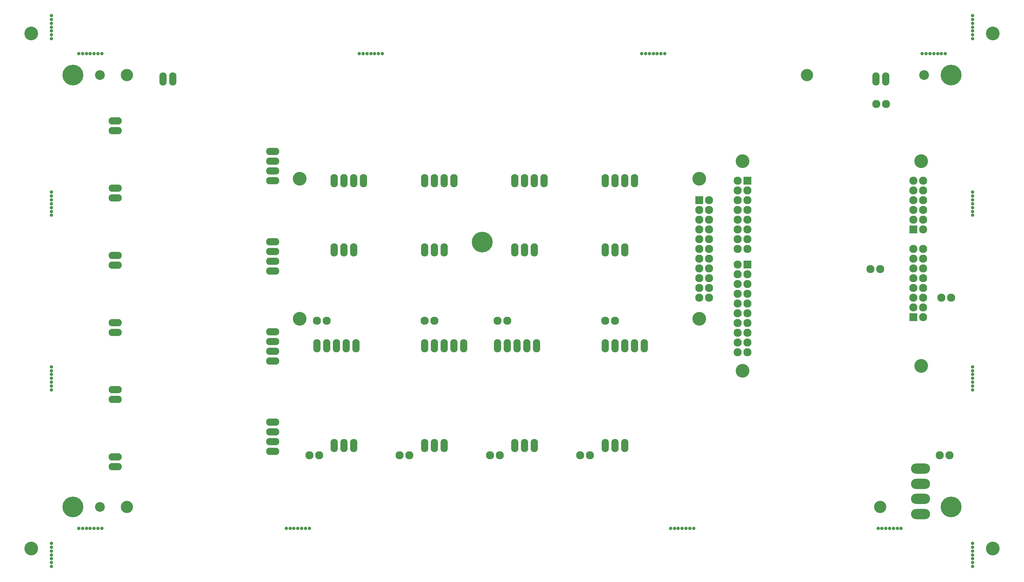
<source format=gbs>
G04 #@! TF.GenerationSoftware,KiCad,Pcbnew,(5.0.0)*
G04 #@! TF.CreationDate,2018-10-25T18:05:55-04:00*
G04 #@! TF.ProjectId,PREP400,505245503430302E6B696361645F7063,A*
G04 #@! TF.SameCoordinates,Original*
G04 #@! TF.FileFunction,Soldermask,Bot*
G04 #@! TF.FilePolarity,Negative*
%FSLAX46Y46*%
G04 Gerber Fmt 4.6, Leading zero omitted, Abs format (unit mm)*
G04 Created by KiCad (PCBNEW (5.0.0)) date 10/25/18 18:05:55*
%MOMM*%
%LPD*%
G01*
G04 APERTURE LIST*
%ADD10O,2.127200X2.127200*%
%ADD11R,2.127200X2.127200*%
%ADD12C,3.575000*%
%ADD13O,1.924000X3.448000*%
%ADD14O,3.448000X1.924000*%
%ADD15O,4.972000X2.686000*%
%ADD16C,3.200000*%
%ADD17C,2.540000*%
%ADD18C,5.400000*%
%ADD19C,0.900000*%
G04 APERTURE END LIST*
D10*
G04 #@! TO.C,U1*
X205860000Y-63050000D03*
D11*
X208400000Y-63050000D03*
D10*
X205860000Y-65590000D03*
X208400000Y-65590000D03*
X205860000Y-68130000D03*
X208400000Y-68130000D03*
X205860000Y-70670000D03*
X208400000Y-70670000D03*
X205860000Y-73210000D03*
X208400000Y-73210000D03*
X205860000Y-75750000D03*
X208400000Y-75750000D03*
X205860000Y-78290000D03*
X208400000Y-78290000D03*
X205860000Y-80830000D03*
X208400000Y-80830000D03*
X205860000Y-84894000D03*
D11*
X208400000Y-84894000D03*
D10*
X205860000Y-87434000D03*
X208400000Y-87434000D03*
X205860000Y-89974000D03*
X208400000Y-89974000D03*
X205860000Y-92514000D03*
X208400000Y-92514000D03*
X205860000Y-95054000D03*
X208400000Y-95054000D03*
X205860000Y-97594000D03*
X208400000Y-97594000D03*
X205860000Y-100134000D03*
X208400000Y-100134000D03*
X205860000Y-102674000D03*
X208400000Y-102674000D03*
X205860000Y-105214000D03*
X208400000Y-105214000D03*
X205860000Y-107754000D03*
X208400000Y-107754000D03*
X254120000Y-75750000D03*
D11*
X251580000Y-75750000D03*
D10*
X254120000Y-73210000D03*
X251580000Y-73210000D03*
X254120000Y-70670000D03*
X251580000Y-70670000D03*
X254120000Y-68130000D03*
X251580000Y-68130000D03*
X254120000Y-65590000D03*
X251580000Y-65590000D03*
X254120000Y-63050000D03*
X251580000Y-63050000D03*
X254120000Y-98610000D03*
D11*
X251580000Y-98610000D03*
D10*
X254120000Y-96070000D03*
X251580000Y-96070000D03*
X254120000Y-93530000D03*
X251580000Y-93530000D03*
X254120000Y-90990000D03*
X251580000Y-90990000D03*
X254120000Y-88450000D03*
X251580000Y-88450000D03*
X254120000Y-85910000D03*
X251580000Y-85910000D03*
X254120000Y-83370000D03*
X251580000Y-83370000D03*
X254120000Y-80830000D03*
X251580000Y-80830000D03*
D12*
X207130000Y-57970000D03*
X253612000Y-57970000D03*
X253612000Y-111310000D03*
X207130000Y-112580000D03*
G04 #@! TD*
D13*
G04 #@! TO.C,J25*
X106560000Y-106050000D03*
X104020000Y-106050000D03*
X101480000Y-106050000D03*
X98940000Y-106050000D03*
X96400000Y-106050000D03*
G04 #@! TD*
G04 #@! TO.C,J24*
X134560000Y-106050000D03*
X132020000Y-106050000D03*
X129480000Y-106050000D03*
X126940000Y-106050000D03*
X124400000Y-106050000D03*
G04 #@! TD*
G04 #@! TO.C,J23*
X153560000Y-106050000D03*
X151020000Y-106050000D03*
X148480000Y-106050000D03*
X145940000Y-106050000D03*
X143400000Y-106050000D03*
G04 #@! TD*
G04 #@! TO.C,J22*
X181560000Y-106050000D03*
X179020000Y-106050000D03*
X176480000Y-106050000D03*
X173940000Y-106050000D03*
X171400000Y-106050000D03*
G04 #@! TD*
G04 #@! TO.C,J17*
X105980000Y-81050000D03*
X103440000Y-81050000D03*
X100900000Y-81050000D03*
G04 #@! TD*
G04 #@! TO.C,J16*
X129480000Y-81050000D03*
X126940000Y-81050000D03*
X124400000Y-81050000D03*
G04 #@! TD*
G04 #@! TO.C,J15*
X152980000Y-81050000D03*
X150440000Y-81050000D03*
X147900000Y-81050000D03*
G04 #@! TD*
G04 #@! TO.C,J14*
X176480000Y-81050000D03*
X173940000Y-81050000D03*
X171400000Y-81050000D03*
G04 #@! TD*
G04 #@! TO.C,J7*
X105980000Y-132050000D03*
X103440000Y-132050000D03*
X100900000Y-132050000D03*
G04 #@! TD*
G04 #@! TO.C,J6*
X129480000Y-132050000D03*
X126940000Y-132050000D03*
X124400000Y-132050000D03*
G04 #@! TD*
G04 #@! TO.C,J5*
X152980000Y-132050000D03*
X150440000Y-132050000D03*
X147900000Y-132050000D03*
G04 #@! TD*
G04 #@! TO.C,J4*
X176480000Y-132050000D03*
X173940000Y-132050000D03*
X171400000Y-132050000D03*
G04 #@! TD*
D10*
G04 #@! TO.C,P1*
X198430000Y-93530000D03*
X195890000Y-93530000D03*
X198430000Y-90990000D03*
X195890000Y-90990000D03*
X198430000Y-88450000D03*
X195890000Y-88450000D03*
X198430000Y-85910000D03*
X195890000Y-85910000D03*
X198430000Y-83370000D03*
X195890000Y-83370000D03*
X198430000Y-80830000D03*
X195890000Y-80830000D03*
X198430000Y-78290000D03*
X195890000Y-78290000D03*
X198430000Y-75750000D03*
X195890000Y-75750000D03*
X198430000Y-73210000D03*
X195890000Y-73210000D03*
X198430000Y-70670000D03*
X195890000Y-70670000D03*
X198430000Y-68130000D03*
D11*
X195890000Y-68130000D03*
G04 #@! TD*
D14*
G04 #@! TO.C,J29*
X84900000Y-125930000D03*
X84900000Y-128470000D03*
X84900000Y-131010000D03*
X84900000Y-133550000D03*
G04 #@! TD*
G04 #@! TO.C,J28*
X84900000Y-102430000D03*
X84900000Y-104970000D03*
X84900000Y-107510000D03*
X84900000Y-110050000D03*
G04 #@! TD*
G04 #@! TO.C,J27*
X84900000Y-78930000D03*
X84900000Y-81470000D03*
X84900000Y-84010000D03*
X84900000Y-86550000D03*
G04 #@! TD*
G04 #@! TO.C,J26*
X84900000Y-55430000D03*
X84900000Y-57970000D03*
X84900000Y-60510000D03*
X84900000Y-63050000D03*
G04 #@! TD*
D13*
G04 #@! TO.C,J21*
X108520000Y-63050000D03*
X105980000Y-63050000D03*
X103440000Y-63050000D03*
X100900000Y-63050000D03*
G04 #@! TD*
G04 #@! TO.C,J20*
X132020000Y-63050000D03*
X129480000Y-63050000D03*
X126940000Y-63050000D03*
X124400000Y-63050000D03*
G04 #@! TD*
G04 #@! TO.C,J19*
X155520000Y-63050000D03*
X152980000Y-63050000D03*
X150440000Y-63050000D03*
X147900000Y-63050000D03*
G04 #@! TD*
G04 #@! TO.C,J18*
X179020000Y-63050000D03*
X176480000Y-63050000D03*
X173940000Y-63050000D03*
X171400000Y-63050000D03*
G04 #@! TD*
D15*
G04 #@! TO.C,J1*
X253400000Y-138050000D03*
X253400000Y-142012400D03*
X253400000Y-145974800D03*
X253400000Y-149937200D03*
G04 #@! TD*
D14*
G04 #@! TO.C,J13*
X43900000Y-137550000D03*
X43900000Y-135010000D03*
G04 #@! TD*
G04 #@! TO.C,J12*
X43900000Y-120050000D03*
X43900000Y-117510000D03*
G04 #@! TD*
G04 #@! TO.C,J11*
X43900000Y-102550000D03*
X43900000Y-100010000D03*
G04 #@! TD*
G04 #@! TO.C,J10*
X43900000Y-85050000D03*
X43900000Y-82510000D03*
G04 #@! TD*
G04 #@! TO.C,J9*
X43900000Y-67550000D03*
X43900000Y-65010000D03*
G04 #@! TD*
G04 #@! TO.C,J8*
X43900000Y-50050000D03*
X43900000Y-47510000D03*
G04 #@! TD*
D13*
G04 #@! TO.C,J3*
X58900000Y-36550000D03*
X56360000Y-36550000D03*
G04 #@! TD*
G04 #@! TO.C,J2*
X244400000Y-36550000D03*
X241860000Y-36550000D03*
G04 #@! TD*
D16*
G04 #@! TO.C,TP19*
X46900000Y-35550000D03*
G04 #@! TD*
G04 #@! TO.C,TP22*
X242900000Y-148050000D03*
G04 #@! TD*
G04 #@! TO.C,TP20*
X223900000Y-35550000D03*
G04 #@! TD*
G04 #@! TO.C,TP21*
X46900000Y-148050000D03*
G04 #@! TD*
D10*
G04 #@! TO.C,JP1*
X260940000Y-134550000D03*
X258400000Y-134550000D03*
G04 #@! TD*
G04 #@! TO.C,JP2*
X244440000Y-43050000D03*
X241900000Y-43050000D03*
G04 #@! TD*
G04 #@! TO.C,JP3*
X167440000Y-134550000D03*
X164900000Y-134550000D03*
G04 #@! TD*
G04 #@! TO.C,JP4*
X143940000Y-134550000D03*
X141400000Y-134550000D03*
G04 #@! TD*
G04 #@! TO.C,JP5*
X120440000Y-134550000D03*
X117900000Y-134550000D03*
G04 #@! TD*
G04 #@! TO.C,JP6*
X96940000Y-134550000D03*
X94400000Y-134550000D03*
G04 #@! TD*
G04 #@! TO.C,JP7*
X261440000Y-93550000D03*
X258900000Y-93550000D03*
G04 #@! TD*
G04 #@! TO.C,JP8*
X240360000Y-86050000D03*
X242900000Y-86050000D03*
G04 #@! TD*
G04 #@! TO.C,JP9*
X173940000Y-99550000D03*
X171400000Y-99550000D03*
G04 #@! TD*
G04 #@! TO.C,JP10*
X145940000Y-99550000D03*
X143400000Y-99550000D03*
G04 #@! TD*
G04 #@! TO.C,JP11*
X126940000Y-99550000D03*
X124400000Y-99550000D03*
G04 #@! TD*
G04 #@! TO.C,JP12*
X98940000Y-99550000D03*
X96400000Y-99550000D03*
G04 #@! TD*
D17*
G04 #@! TO.C,F1*
X39900000Y-35550000D03*
G04 #@! TD*
G04 #@! TO.C,F2*
X254400000Y-35550000D03*
G04 #@! TD*
G04 #@! TO.C,F3*
X39900000Y-148050000D03*
G04 #@! TD*
D18*
G04 #@! TO.C,H4*
X261400000Y-148050000D03*
G04 #@! TD*
G04 #@! TO.C,H3*
X32900000Y-148050000D03*
G04 #@! TD*
G04 #@! TO.C,H2*
X261400000Y-35550000D03*
G04 #@! TD*
G04 #@! TO.C,H1*
X32900000Y-35550000D03*
G04 #@! TD*
G04 #@! TO.C,H5*
X139400000Y-79050000D03*
G04 #@! TD*
D12*
G04 #@! TO.C,H9*
X195900000Y-99050000D03*
G04 #@! TD*
G04 #@! TO.C,H7*
X195900000Y-62550000D03*
G04 #@! TD*
G04 #@! TO.C,H8*
X91900000Y-99050000D03*
G04 #@! TD*
G04 #@! TO.C,H6*
X91900000Y-62550000D03*
G04 #@! TD*
G04 #@! TO.C,H10*
X22050000Y-24700000D03*
G04 #@! TD*
G04 #@! TO.C,H11*
X272250000Y-24700000D03*
G04 #@! TD*
G04 #@! TO.C,H13*
X272250000Y-158900000D03*
G04 #@! TD*
G04 #@! TO.C,H12*
X22050000Y-158900000D03*
G04 #@! TD*
D19*
G04 #@! TO.C,REF\002A\002A*
X194400000Y-153650000D03*
X188400000Y-153650000D03*
X193400000Y-153650000D03*
X192400000Y-153650000D03*
X191400000Y-153650000D03*
X190400000Y-153650000D03*
X189400000Y-153650000D03*
G04 #@! TD*
G04 #@! TO.C,REF\002A\002A*
X94400000Y-153650000D03*
X88400000Y-153650000D03*
X93400000Y-153650000D03*
X92400000Y-153650000D03*
X91400000Y-153650000D03*
X90400000Y-153650000D03*
X89400000Y-153650000D03*
G04 #@! TD*
G04 #@! TO.C,REF\002A\002A*
X40400000Y-153650000D03*
X34400000Y-153650000D03*
X39400000Y-153650000D03*
X38400000Y-153650000D03*
X37400000Y-153650000D03*
X36400000Y-153650000D03*
X35400000Y-153650000D03*
G04 #@! TD*
G04 #@! TO.C,REF\002A\002A*
X248400000Y-153650000D03*
X242400000Y-153650000D03*
X247400000Y-153650000D03*
X246400000Y-153650000D03*
X245400000Y-153650000D03*
X244400000Y-153650000D03*
X243400000Y-153650000D03*
G04 #@! TD*
G04 #@! TO.C,REF\002A\002A*
X267000000Y-157550000D03*
X267000000Y-163550000D03*
X267000000Y-158550000D03*
X267000000Y-159550000D03*
X267000000Y-160550000D03*
X267000000Y-161550000D03*
X267000000Y-162550000D03*
G04 #@! TD*
G04 #@! TO.C,REF\002A\002A*
X267000000Y-20050000D03*
X267000000Y-26050000D03*
X267000000Y-21050000D03*
X267000000Y-22050000D03*
X267000000Y-23050000D03*
X267000000Y-24050000D03*
X267000000Y-25050000D03*
G04 #@! TD*
G04 #@! TO.C,REF\002A\002A*
X267000000Y-111550000D03*
X267000000Y-117550000D03*
X267000000Y-112550000D03*
X267000000Y-113550000D03*
X267000000Y-114550000D03*
X267000000Y-115550000D03*
X267000000Y-116550000D03*
G04 #@! TD*
G04 #@! TO.C,REF\002A\002A*
X267000000Y-66050000D03*
X267000000Y-72050000D03*
X267000000Y-67050000D03*
X267000000Y-68050000D03*
X267000000Y-69050000D03*
X267000000Y-70050000D03*
X267000000Y-71050000D03*
G04 #@! TD*
G04 #@! TO.C,REF\002A\002A*
X27300000Y-163550000D03*
X27300000Y-157550000D03*
X27300000Y-162550000D03*
X27300000Y-161550000D03*
X27300000Y-160550000D03*
X27300000Y-159550000D03*
X27300000Y-158550000D03*
G04 #@! TD*
G04 #@! TO.C,REF\002A\002A*
X27300000Y-26050000D03*
X27300000Y-20050000D03*
X27300000Y-25050000D03*
X27300000Y-24050000D03*
X27300000Y-23050000D03*
X27300000Y-22050000D03*
X27300000Y-21050000D03*
G04 #@! TD*
G04 #@! TO.C,REF\002A\002A*
X27300000Y-72050000D03*
X27300000Y-66050000D03*
X27300000Y-71050000D03*
X27300000Y-70050000D03*
X27300000Y-69050000D03*
X27300000Y-68050000D03*
X27300000Y-67050000D03*
G04 #@! TD*
G04 #@! TO.C,REF\002A\002A*
X27300000Y-117550000D03*
X27300000Y-111550000D03*
X27300000Y-116550000D03*
X27300000Y-115550000D03*
X27300000Y-114550000D03*
X27300000Y-113550000D03*
X27300000Y-112550000D03*
G04 #@! TD*
G04 #@! TO.C,REF\002A\002A*
X34400000Y-29950000D03*
X40400000Y-29950000D03*
X35400000Y-29950000D03*
X36400000Y-29950000D03*
X37400000Y-29950000D03*
X38400000Y-29950000D03*
X39400000Y-29950000D03*
G04 #@! TD*
G04 #@! TO.C,REF\002A\002A*
X253900000Y-29950000D03*
X259900000Y-29950000D03*
X254900000Y-29950000D03*
X255900000Y-29950000D03*
X256900000Y-29950000D03*
X257900000Y-29950000D03*
X258900000Y-29950000D03*
G04 #@! TD*
G04 #@! TO.C,REF\002A\002A*
X107400000Y-29950000D03*
X113400000Y-29950000D03*
X108400000Y-29950000D03*
X109400000Y-29950000D03*
X110400000Y-29950000D03*
X111400000Y-29950000D03*
X112400000Y-29950000D03*
G04 #@! TD*
G04 #@! TO.C,REF\002A\002A*
X180900000Y-29950000D03*
X186900000Y-29950000D03*
X181900000Y-29950000D03*
X182900000Y-29950000D03*
X183900000Y-29950000D03*
X184900000Y-29950000D03*
X185900000Y-29950000D03*
G04 #@! TD*
M02*

</source>
